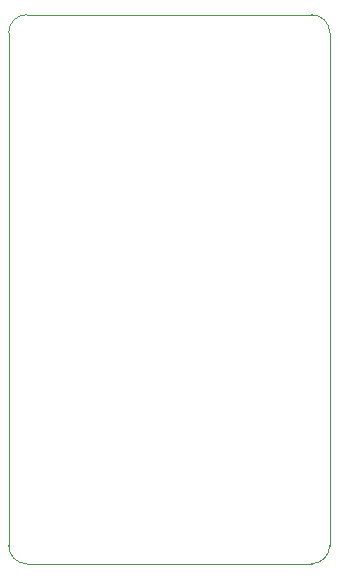
<source format=gbr>
%TF.GenerationSoftware,KiCad,Pcbnew,(6.0.1)*%
%TF.CreationDate,2022-11-17T23:17:31+08:00*%
%TF.ProjectId,ESP32_Adapter,45535033-325f-4416-9461-707465722e6b,rev?*%
%TF.SameCoordinates,Original*%
%TF.FileFunction,Profile,NP*%
%FSLAX46Y46*%
G04 Gerber Fmt 4.6, Leading zero omitted, Abs format (unit mm)*
G04 Created by KiCad (PCBNEW (6.0.1)) date 2022-11-17 23:17:31*
%MOMM*%
%LPD*%
G01*
G04 APERTURE LIST*
%TA.AperFunction,Profile*%
%ADD10C,0.100000*%
%TD*%
G04 APERTURE END LIST*
D10*
X90678000Y-70104000D02*
X90678000Y-113538000D01*
X116332000Y-68580000D02*
X92202000Y-68580000D01*
X117856000Y-113538000D02*
X117856000Y-70104000D01*
X92202000Y-115062000D02*
X116332000Y-115062000D01*
X90678000Y-113538000D02*
G75*
G03*
X92202000Y-115062000I1524000J0D01*
G01*
X116332000Y-115062000D02*
G75*
G03*
X117856000Y-113538000I0J1524000D01*
G01*
X117856000Y-70104000D02*
G75*
G03*
X116332000Y-68580000I-1524000J0D01*
G01*
X92202000Y-68580000D02*
G75*
G03*
X90678000Y-70104000I0J-1524000D01*
G01*
M02*

</source>
